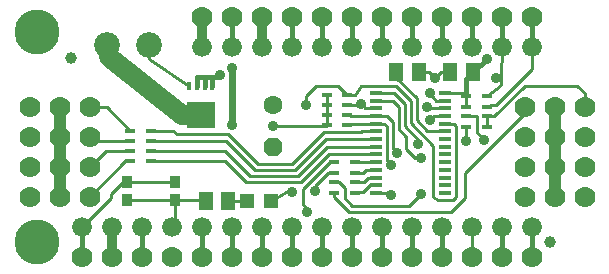
<source format=gbr>
G04 EAGLE Gerber RS-274X export*
G75*
%MOMM*%
%FSLAX34Y34*%
%LPD*%
%INTop Copper*%
%IPPOS*%
%AMOC8*
5,1,8,0,0,1.08239X$1,22.5*%
G01*
%ADD10R,0.990600X0.304800*%
%ADD11R,1.300000X1.500000*%
%ADD12C,2.184400*%
%ADD13C,1.000000*%
%ADD14R,0.420000X0.700000*%
%ADD15R,2.350000X2.250000*%
%ADD16R,1.200000X1.200000*%
%ADD17P,1.732040X8X292.500000*%
%ADD18C,1.600200*%
%ADD19C,1.778000*%
%ADD20R,0.900000X0.450000*%
%ADD21C,3.810000*%
%ADD22C,1.676400*%
%ADD23R,0.900000X1.000000*%
%ADD24C,0.254000*%
%ADD25C,1.016000*%
%ADD26C,0.906400*%
%ADD27C,0.406400*%
%ADD28C,0.812800*%
%ADD29C,0.609600*%
%ADD30C,1.676400*%


D10*
X312452Y151470D03*
X312452Y144970D03*
X312452Y138470D03*
X312452Y131970D03*
X312452Y125470D03*
X312452Y118970D03*
X312452Y112470D03*
X312452Y105970D03*
X370808Y105970D03*
X370808Y112470D03*
X370808Y118970D03*
X370808Y125470D03*
X370808Y131970D03*
X370808Y138470D03*
X370808Y144970D03*
X370808Y151470D03*
X312452Y99470D03*
X312452Y92970D03*
X370808Y99470D03*
X370808Y92970D03*
X312452Y86470D03*
X312452Y79970D03*
X312452Y73470D03*
X312452Y66970D03*
X370808Y66970D03*
X370808Y73470D03*
X370808Y79970D03*
X370808Y86470D03*
D11*
X394310Y168910D03*
X375310Y168910D03*
X329590Y168910D03*
X348590Y168910D03*
D12*
X84870Y191770D03*
X119870Y191770D03*
D13*
X54460Y181290D03*
X459730Y25130D03*
D14*
X167210Y157350D03*
X173710Y157350D03*
X160710Y157350D03*
X154210Y157350D03*
D15*
X163960Y132850D03*
D16*
X202860Y59690D03*
X223860Y59690D03*
D11*
X187300Y59690D03*
X168300Y59690D03*
D17*
X224790Y105410D03*
D18*
X224790Y140970D03*
D19*
X438150Y139700D03*
X463550Y139700D03*
X438150Y114300D03*
X463550Y114300D03*
X438150Y88900D03*
X463550Y88900D03*
X438150Y63500D03*
X463550Y63500D03*
X488950Y139700D03*
X488950Y114300D03*
X488950Y88900D03*
X488950Y63500D03*
X69850Y63500D03*
X44450Y63500D03*
X69850Y88900D03*
X44450Y88900D03*
X69850Y114300D03*
X44450Y114300D03*
X69850Y139700D03*
X44450Y139700D03*
X19050Y63500D03*
X19050Y88900D03*
X19050Y114300D03*
X19050Y139700D03*
D20*
X277250Y67010D03*
X294250Y67010D03*
X277250Y76010D03*
X277250Y84010D03*
X277250Y93010D03*
X294250Y93010D03*
X294250Y76010D03*
X294250Y84010D03*
X104530Y93680D03*
X121530Y93680D03*
X104530Y102680D03*
X104530Y110680D03*
X104530Y119680D03*
X121530Y119680D03*
X121530Y102680D03*
X121530Y110680D03*
X287900Y150160D03*
X270900Y150160D03*
X287900Y141160D03*
X287900Y133160D03*
X287900Y124160D03*
X270900Y124160D03*
X270900Y141160D03*
X270900Y133160D03*
X389010Y122890D03*
X406010Y122890D03*
X389010Y131890D03*
X389010Y139890D03*
X389010Y148890D03*
X406010Y148890D03*
X406010Y131890D03*
X406010Y139890D03*
D21*
X25400Y203200D03*
X25400Y25400D03*
D19*
X165100Y215900D03*
X190500Y215900D03*
X215900Y215900D03*
X241300Y215900D03*
X266700Y215900D03*
X292100Y215900D03*
X317500Y215900D03*
X342900Y215900D03*
X368300Y215900D03*
X393700Y215900D03*
X419100Y215900D03*
X444500Y215900D03*
X165100Y12700D03*
X190500Y12700D03*
X215900Y12700D03*
X241300Y12700D03*
X266700Y12700D03*
X292100Y12700D03*
X317500Y12700D03*
X342900Y12700D03*
X368300Y12700D03*
X393700Y12700D03*
X419100Y12700D03*
X444500Y12700D03*
X139700Y12700D03*
X114300Y12700D03*
X88900Y12700D03*
X63500Y12700D03*
D22*
X444500Y38100D03*
X419100Y38100D03*
X393700Y38100D03*
X368300Y38100D03*
X342900Y38100D03*
X317500Y38100D03*
X292100Y38100D03*
X266700Y38100D03*
X241300Y38100D03*
X215900Y38100D03*
X190500Y38100D03*
X165100Y38100D03*
X139700Y38100D03*
X114300Y38100D03*
X88900Y38100D03*
X63500Y38100D03*
X165100Y190500D03*
X190500Y190500D03*
X215900Y190500D03*
X241300Y190500D03*
X266700Y190500D03*
X292100Y190500D03*
X317500Y190500D03*
X342900Y190500D03*
X368300Y190500D03*
X393700Y190500D03*
X419100Y190500D03*
X444500Y190500D03*
D23*
X101420Y60580D03*
X101420Y76580D03*
X142420Y76580D03*
X142420Y60580D03*
D24*
X300580Y118970D02*
X312452Y118970D01*
X300580Y118970D02*
X299720Y118110D01*
X267970Y118110D01*
X241300Y91440D01*
X140670Y119680D02*
X121530Y119680D01*
X140670Y119680D02*
X143510Y116840D01*
X186690Y116840D01*
X212090Y91440D01*
X241300Y91440D01*
X269950Y112470D02*
X312452Y112470D01*
X269950Y112470D02*
X243840Y86360D01*
X185230Y110680D02*
X121530Y110680D01*
X185230Y110680D02*
X209550Y86360D01*
X243840Y86360D01*
X271070Y105970D02*
X312452Y105970D01*
X271070Y105970D02*
X246380Y81280D01*
X184340Y102680D02*
X121530Y102680D01*
X184340Y102680D02*
X205740Y81280D01*
X246380Y81280D01*
X272190Y99470D02*
X312452Y99470D01*
X272190Y99470D02*
X248920Y76200D01*
X184450Y93680D02*
X121530Y93680D01*
X184450Y93680D02*
X201930Y76200D01*
X248920Y76200D01*
X312412Y93010D02*
X312452Y92970D01*
X312412Y93010D02*
X294250Y93010D01*
X303640Y86470D02*
X312452Y86470D01*
X303640Y86470D02*
X300990Y83820D01*
X294440Y83820D01*
X294250Y84010D01*
X306030Y79970D02*
X312452Y79970D01*
X306030Y79970D02*
X302260Y76200D01*
X294440Y76200D01*
X294250Y76010D01*
X307150Y73470D02*
X312452Y73470D01*
X307150Y73470D02*
X300990Y67310D01*
X294550Y67310D01*
X294250Y67010D01*
D25*
X44450Y114300D02*
X44450Y139700D01*
X44450Y114300D02*
X44450Y88900D01*
X44450Y63500D01*
X463550Y114300D02*
X463550Y139700D01*
X463550Y114300D02*
X463550Y88900D01*
X463550Y63500D01*
D26*
X241300Y67310D03*
D27*
X160710Y157350D02*
X160710Y165100D01*
X167210Y165100D01*
X173710Y165100D01*
X173710Y157350D01*
X167210Y157350D02*
X167210Y165100D01*
X173710Y165100D02*
X177800Y165100D01*
X180340Y166370D01*
D26*
X180340Y166370D03*
D24*
X236560Y67310D02*
X241300Y67310D01*
X236560Y67310D02*
X223860Y59690D01*
X270900Y141160D02*
X270900Y150160D01*
X270900Y141160D02*
X270900Y133160D01*
X270900Y124160D01*
X270900Y123580D01*
X270900Y133160D02*
X270900Y150160D01*
X270900Y123580D02*
X224790Y123190D01*
D26*
X224790Y123190D03*
D24*
X312452Y66970D02*
X323510Y66970D01*
X325120Y64770D01*
D26*
X325120Y64770D03*
D24*
X348590Y168910D02*
X356870Y168910D01*
X361950Y163830D01*
X367030Y168910D01*
X375310Y168910D01*
X406010Y131890D02*
X406010Y122890D01*
X370808Y131970D02*
X361840Y131970D01*
X358140Y128270D01*
D26*
X358140Y128270D03*
X361950Y163830D03*
D24*
X406010Y131890D02*
X412560Y131890D01*
X438150Y157480D01*
X482600Y157480D01*
X488950Y151130D01*
X488950Y139700D01*
X154210Y157350D02*
X119870Y180260D01*
X119870Y191770D01*
X101420Y60580D02*
X142420Y60580D01*
X169190Y60580D01*
X168300Y59690D01*
X142420Y60580D02*
X142420Y40820D01*
X139700Y38100D01*
X312452Y151470D02*
X327320Y151470D01*
X336550Y142240D01*
X336550Y123190D01*
X347980Y111760D01*
X347980Y107950D01*
D26*
X347980Y107950D03*
X403860Y111760D03*
D24*
X397510Y118110D01*
X397510Y132080D01*
X392630Y132080D01*
X389010Y131890D01*
X389010Y122890D02*
X389010Y121040D01*
X388620Y110490D01*
D26*
X388620Y110490D03*
X350520Y96520D03*
D24*
X345440Y96520D01*
X337820Y104140D01*
X337820Y114300D01*
X331470Y120650D01*
X331470Y139700D01*
X326390Y144780D01*
X312642Y144780D01*
X312452Y144970D01*
X312452Y138470D02*
X303490Y138470D01*
X300990Y140970D01*
X293170Y140970D01*
X287900Y141160D01*
X299720Y142240D02*
X300990Y140970D01*
D26*
X299720Y142240D03*
D24*
X292980Y131970D02*
X312452Y131970D01*
X292980Y131970D02*
X287900Y133160D01*
X312452Y131970D02*
X321420Y131970D01*
X326390Y127000D01*
X326390Y104140D01*
X330200Y100330D01*
D26*
X330200Y100330D03*
D24*
X294290Y125470D02*
X287900Y124160D01*
X294290Y125470D02*
X312452Y125470D01*
X319030Y125470D01*
X321310Y123190D01*
X321310Y93980D01*
X325120Y90170D01*
D26*
X325120Y90170D03*
D24*
X370808Y125470D02*
X378720Y125470D01*
X379730Y123190D01*
X379730Y63500D01*
X377190Y60960D01*
X364490Y60960D01*
X360680Y63500D01*
X360680Y106680D01*
X341630Y125730D01*
X341630Y144780D01*
X328930Y157480D01*
X299720Y157480D01*
X294940Y150160D01*
X287900Y150160D01*
X280580Y157480D01*
X261620Y157480D01*
X252730Y148590D01*
X252730Y140970D01*
D26*
X252730Y140970D03*
D28*
X88900Y38100D02*
X88900Y12700D01*
D24*
X370808Y151470D02*
X388970Y151470D01*
X389010Y148890D01*
D26*
X190500Y124460D03*
D29*
X190500Y172720D01*
D26*
X190500Y172720D03*
D24*
X389010Y148890D02*
X389010Y139890D01*
D27*
X394310Y168910D02*
X406400Y180340D01*
D26*
X406400Y180340D03*
D27*
X394310Y168910D02*
X389010Y163610D01*
X389010Y148890D01*
D24*
X329590Y164440D02*
X329590Y168910D01*
X329590Y164440D02*
X346710Y147320D01*
X346710Y128270D01*
X355600Y119380D01*
X370398Y119380D01*
X370808Y118970D01*
D27*
X419100Y190500D02*
X419100Y215900D01*
D24*
X419100Y190500D02*
X417830Y163830D01*
X417830Y158170D01*
X370808Y138470D02*
X361990Y138470D01*
X356870Y138430D01*
X355600Y139700D01*
D26*
X355600Y139700D03*
D24*
X406010Y148890D02*
X417830Y158170D01*
D26*
X414020Y163830D03*
D24*
X417830Y163830D01*
D27*
X444500Y190500D02*
X444500Y215900D01*
D24*
X370808Y144970D02*
X370808Y144780D01*
X363220Y144780D01*
X358140Y151130D01*
D26*
X358140Y151130D03*
D24*
X444500Y171450D02*
X444500Y190500D01*
X444500Y171450D02*
X414020Y140970D01*
X409630Y140970D01*
X406010Y139890D01*
D30*
X86140Y181830D02*
X84870Y191770D01*
X86140Y181830D02*
X147820Y132850D01*
X163960Y132850D01*
D24*
X187300Y59690D02*
X202860Y59690D01*
D26*
X350520Y66040D03*
D24*
X340360Y55880D01*
X292100Y55880D01*
X285750Y62230D01*
X285750Y71120D01*
X280860Y76010D01*
X277250Y76010D01*
X277250Y67010D02*
X277250Y63110D01*
X289560Y50800D01*
X438150Y134620D02*
X438150Y139700D01*
X387350Y83820D02*
X387350Y62230D01*
X375920Y50800D01*
X289560Y50800D01*
X387350Y83820D02*
X438150Y134620D01*
X277250Y84010D02*
X271970Y84010D01*
X260350Y72390D01*
X260350Y68580D01*
D26*
X260350Y68580D03*
D24*
X273350Y93010D02*
X277250Y93010D01*
X273350Y93010D02*
X250190Y69850D01*
X250190Y57150D01*
X254000Y53340D01*
X254000Y50800D01*
D26*
X254000Y50800D03*
D24*
X100030Y93680D02*
X69850Y63500D01*
X100030Y93680D02*
X104530Y93680D01*
X83630Y102680D02*
X69850Y88900D01*
X83630Y102680D02*
X104530Y102680D01*
X73470Y110680D02*
X69850Y114300D01*
X73470Y110680D02*
X104530Y110680D01*
X84510Y139700D02*
X69850Y139700D01*
X84510Y139700D02*
X104530Y119680D01*
D27*
X444500Y38100D02*
X444500Y12700D01*
X419100Y12700D02*
X419100Y38100D01*
D24*
X393700Y38100D02*
X393700Y12700D01*
D27*
X368300Y12700D02*
X368300Y38100D01*
X342900Y38100D02*
X342900Y12700D01*
X317500Y12700D02*
X317500Y38100D01*
X292100Y38100D02*
X292100Y12700D01*
X266700Y12700D02*
X266700Y38100D01*
X241300Y38100D02*
X241300Y12700D01*
X215900Y12700D02*
X215900Y38100D01*
X190500Y38100D02*
X190500Y12700D01*
X165100Y12700D02*
X165100Y38100D01*
X114300Y38100D02*
X114300Y12700D01*
D28*
X165100Y190500D02*
X165100Y215900D01*
D27*
X190500Y215900D02*
X190500Y190500D01*
D28*
X215900Y190500D02*
X215900Y215900D01*
D27*
X241300Y215900D02*
X241300Y190500D01*
X266700Y190500D02*
X266700Y215900D01*
X292100Y215900D02*
X292100Y190500D01*
X317500Y190500D02*
X317500Y215900D01*
X342900Y215900D02*
X342900Y190500D01*
X368300Y190500D02*
X368300Y215900D01*
X393700Y215900D02*
X393700Y190500D01*
X63500Y38100D02*
X63500Y12700D01*
D24*
X101420Y76580D02*
X142420Y76580D01*
X101420Y76580D02*
X98170Y76580D01*
X87630Y66040D01*
X87630Y62230D01*
X63500Y38100D01*
M02*

</source>
